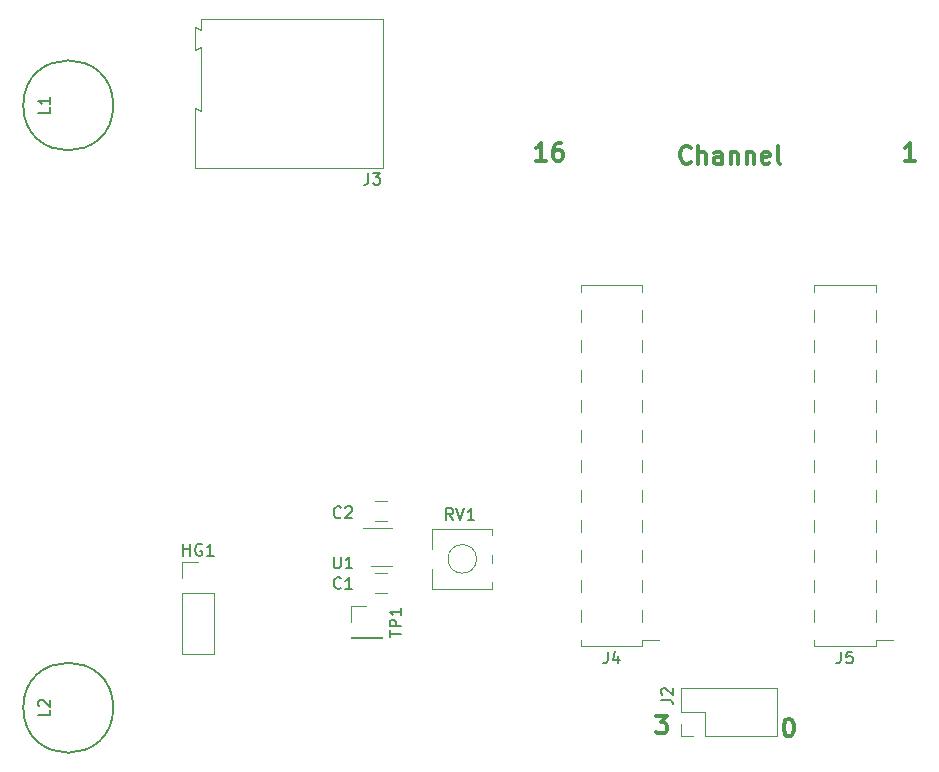
<source format=gto>
G04 #@! TF.FileFunction,Legend,Top*
%FSLAX46Y46*%
G04 Gerber Fmt 4.6, Leading zero omitted, Abs format (unit mm)*
G04 Created by KiCad (PCBNEW 4.0.6) date 01/22/18 19:18:38*
%MOMM*%
%LPD*%
G01*
G04 APERTURE LIST*
%ADD10C,0.100000*%
%ADD11C,0.300000*%
%ADD12C,0.120000*%
%ADD13C,0.150000*%
G04 APERTURE END LIST*
D10*
D11*
X224928572Y-149928571D02*
X225071429Y-149928571D01*
X225214286Y-150000000D01*
X225285715Y-150071429D01*
X225357144Y-150214286D01*
X225428572Y-150500000D01*
X225428572Y-150857143D01*
X225357144Y-151142857D01*
X225285715Y-151285714D01*
X225214286Y-151357143D01*
X225071429Y-151428571D01*
X224928572Y-151428571D01*
X224785715Y-151357143D01*
X224714286Y-151285714D01*
X224642858Y-151142857D01*
X224571429Y-150857143D01*
X224571429Y-150500000D01*
X224642858Y-150214286D01*
X224714286Y-150071429D01*
X224785715Y-150000000D01*
X224928572Y-149928571D01*
X213750001Y-149678571D02*
X214678572Y-149678571D01*
X214178572Y-150250000D01*
X214392858Y-150250000D01*
X214535715Y-150321429D01*
X214607144Y-150392857D01*
X214678572Y-150535714D01*
X214678572Y-150892857D01*
X214607144Y-151035714D01*
X214535715Y-151107143D01*
X214392858Y-151178571D01*
X213964286Y-151178571D01*
X213821429Y-151107143D01*
X213750001Y-151035714D01*
X216714286Y-102785714D02*
X216642857Y-102857143D01*
X216428571Y-102928571D01*
X216285714Y-102928571D01*
X216071429Y-102857143D01*
X215928571Y-102714286D01*
X215857143Y-102571429D01*
X215785714Y-102285714D01*
X215785714Y-102071429D01*
X215857143Y-101785714D01*
X215928571Y-101642857D01*
X216071429Y-101500000D01*
X216285714Y-101428571D01*
X216428571Y-101428571D01*
X216642857Y-101500000D01*
X216714286Y-101571429D01*
X217357143Y-102928571D02*
X217357143Y-101428571D01*
X218000000Y-102928571D02*
X218000000Y-102142857D01*
X217928571Y-102000000D01*
X217785714Y-101928571D01*
X217571429Y-101928571D01*
X217428571Y-102000000D01*
X217357143Y-102071429D01*
X219357143Y-102928571D02*
X219357143Y-102142857D01*
X219285714Y-102000000D01*
X219142857Y-101928571D01*
X218857143Y-101928571D01*
X218714286Y-102000000D01*
X219357143Y-102857143D02*
X219214286Y-102928571D01*
X218857143Y-102928571D01*
X218714286Y-102857143D01*
X218642857Y-102714286D01*
X218642857Y-102571429D01*
X218714286Y-102428571D01*
X218857143Y-102357143D01*
X219214286Y-102357143D01*
X219357143Y-102285714D01*
X220071429Y-101928571D02*
X220071429Y-102928571D01*
X220071429Y-102071429D02*
X220142857Y-102000000D01*
X220285715Y-101928571D01*
X220500000Y-101928571D01*
X220642857Y-102000000D01*
X220714286Y-102142857D01*
X220714286Y-102928571D01*
X221428572Y-101928571D02*
X221428572Y-102928571D01*
X221428572Y-102071429D02*
X221500000Y-102000000D01*
X221642858Y-101928571D01*
X221857143Y-101928571D01*
X222000000Y-102000000D01*
X222071429Y-102142857D01*
X222071429Y-102928571D01*
X223357143Y-102857143D02*
X223214286Y-102928571D01*
X222928572Y-102928571D01*
X222785715Y-102857143D01*
X222714286Y-102714286D01*
X222714286Y-102142857D01*
X222785715Y-102000000D01*
X222928572Y-101928571D01*
X223214286Y-101928571D01*
X223357143Y-102000000D01*
X223428572Y-102142857D01*
X223428572Y-102285714D01*
X222714286Y-102428571D01*
X224285715Y-102928571D02*
X224142857Y-102857143D01*
X224071429Y-102714286D01*
X224071429Y-101428571D01*
X204464286Y-102678571D02*
X203607143Y-102678571D01*
X204035715Y-102678571D02*
X204035715Y-101178571D01*
X203892858Y-101392857D01*
X203750000Y-101535714D01*
X203607143Y-101607143D01*
X205750000Y-101178571D02*
X205464286Y-101178571D01*
X205321429Y-101250000D01*
X205250000Y-101321429D01*
X205107143Y-101535714D01*
X205035714Y-101821429D01*
X205035714Y-102392857D01*
X205107143Y-102535714D01*
X205178571Y-102607143D01*
X205321429Y-102678571D01*
X205607143Y-102678571D01*
X205750000Y-102607143D01*
X205821429Y-102535714D01*
X205892857Y-102392857D01*
X205892857Y-102035714D01*
X205821429Y-101892857D01*
X205750000Y-101821429D01*
X205607143Y-101750000D01*
X205321429Y-101750000D01*
X205178571Y-101821429D01*
X205107143Y-101892857D01*
X205035714Y-102035714D01*
X235678572Y-102678571D02*
X234821429Y-102678571D01*
X235250001Y-102678571D02*
X235250001Y-101178571D01*
X235107144Y-101392857D01*
X234964286Y-101535714D01*
X234821429Y-101607143D01*
D12*
X190000000Y-139280000D02*
X191000000Y-139280000D01*
X191000000Y-137580000D02*
X190000000Y-137580000D01*
X190000000Y-133184000D02*
X191000000Y-133184000D01*
X191000000Y-131484000D02*
X190000000Y-131484000D01*
X223976000Y-151428000D02*
X223976000Y-147308000D01*
X217916000Y-151428000D02*
X223976000Y-151428000D01*
X215856000Y-147308000D02*
X223976000Y-147308000D01*
X217916000Y-151428000D02*
X217916000Y-149368000D01*
X217916000Y-149368000D02*
X215856000Y-149368000D01*
X215856000Y-149368000D02*
X215856000Y-147308000D01*
X216916000Y-151428000D02*
X215856000Y-151428000D01*
X215856000Y-151428000D02*
X215856000Y-150368000D01*
X190650000Y-103300000D02*
X190650000Y-90700000D01*
X190650000Y-90700000D02*
X175250000Y-90700000D01*
X175250000Y-90700000D02*
X175250000Y-91650000D01*
X175250000Y-91650000D02*
X174750000Y-91350000D01*
X174750000Y-91350000D02*
X174750000Y-93350000D01*
X174750000Y-93350000D02*
X175250000Y-93100000D01*
X175250000Y-93100000D02*
X175250000Y-98500000D01*
X175250000Y-98500000D02*
X174750000Y-98250000D01*
X174750000Y-98250000D02*
X174750000Y-103300000D01*
X174750000Y-103300000D02*
X190650000Y-103300000D01*
X212600000Y-143800000D02*
X207400000Y-143800000D01*
X212600000Y-113200000D02*
X207400000Y-113200000D01*
X214040000Y-143230000D02*
X212600000Y-143230000D01*
X212600000Y-143800000D02*
X212600000Y-143230000D01*
X207400000Y-143800000D02*
X207400000Y-143230000D01*
X212600000Y-113770000D02*
X212600000Y-113200000D01*
X207400000Y-113770000D02*
X207400000Y-113200000D01*
X212600000Y-141710000D02*
X212600000Y-140690000D01*
X207400000Y-141710000D02*
X207400000Y-140690000D01*
X212600000Y-139170000D02*
X212600000Y-138150000D01*
X207400000Y-139170000D02*
X207400000Y-138150000D01*
X212600000Y-136630000D02*
X212600000Y-135610000D01*
X207400000Y-136630000D02*
X207400000Y-135610000D01*
X212600000Y-134090000D02*
X212600000Y-133070000D01*
X207400000Y-134090000D02*
X207400000Y-133070000D01*
X212600000Y-131550000D02*
X212600000Y-130530000D01*
X207400000Y-131550000D02*
X207400000Y-130530000D01*
X212600000Y-129010000D02*
X212600000Y-127990000D01*
X207400000Y-129010000D02*
X207400000Y-127990000D01*
X212600000Y-126470000D02*
X212600000Y-125450000D01*
X207400000Y-126470000D02*
X207400000Y-125450000D01*
X212600000Y-123930000D02*
X212600000Y-122910000D01*
X207400000Y-123930000D02*
X207400000Y-122910000D01*
X212600000Y-121390000D02*
X212600000Y-120370000D01*
X207400000Y-121390000D02*
X207400000Y-120370000D01*
X212600000Y-118850000D02*
X212600000Y-117830000D01*
X207400000Y-118850000D02*
X207400000Y-117830000D01*
X212600000Y-116310000D02*
X212600000Y-115290000D01*
X207400000Y-116310000D02*
X207400000Y-115290000D01*
X232350000Y-143800000D02*
X227150000Y-143800000D01*
X232350000Y-113200000D02*
X227150000Y-113200000D01*
X233790000Y-143230000D02*
X232350000Y-143230000D01*
X232350000Y-143800000D02*
X232350000Y-143230000D01*
X227150000Y-143800000D02*
X227150000Y-143230000D01*
X232350000Y-113770000D02*
X232350000Y-113200000D01*
X227150000Y-113770000D02*
X227150000Y-113200000D01*
X232350000Y-141710000D02*
X232350000Y-140690000D01*
X227150000Y-141710000D02*
X227150000Y-140690000D01*
X232350000Y-139170000D02*
X232350000Y-138150000D01*
X227150000Y-139170000D02*
X227150000Y-138150000D01*
X232350000Y-136630000D02*
X232350000Y-135610000D01*
X227150000Y-136630000D02*
X227150000Y-135610000D01*
X232350000Y-134090000D02*
X232350000Y-133070000D01*
X227150000Y-134090000D02*
X227150000Y-133070000D01*
X232350000Y-131550000D02*
X232350000Y-130530000D01*
X227150000Y-131550000D02*
X227150000Y-130530000D01*
X232350000Y-129010000D02*
X232350000Y-127990000D01*
X227150000Y-129010000D02*
X227150000Y-127990000D01*
X232350000Y-126470000D02*
X232350000Y-125450000D01*
X227150000Y-126470000D02*
X227150000Y-125450000D01*
X232350000Y-123930000D02*
X232350000Y-122910000D01*
X227150000Y-123930000D02*
X227150000Y-122910000D01*
X232350000Y-121390000D02*
X232350000Y-120370000D01*
X227150000Y-121390000D02*
X227150000Y-120370000D01*
X232350000Y-118850000D02*
X232350000Y-117830000D01*
X227150000Y-118850000D02*
X227150000Y-117830000D01*
X232350000Y-116310000D02*
X232350000Y-115290000D01*
X227150000Y-116310000D02*
X227150000Y-115290000D01*
D13*
X167810000Y-98000000D02*
G75*
G03X167810000Y-98000000I-3810000J0D01*
G01*
X167810000Y-149000000D02*
G75*
G03X167810000Y-149000000I-3810000J0D01*
G01*
D12*
X194798000Y-133838000D02*
X199918000Y-133838000D01*
X194798000Y-138958000D02*
X199918000Y-138958000D01*
X194798000Y-133838000D02*
X194798000Y-135568000D01*
X194798000Y-137228000D02*
X194798000Y-138958000D01*
X199918000Y-133838000D02*
X199918000Y-134418000D01*
X199918000Y-136078000D02*
X199918000Y-136718000D01*
X199918000Y-138378000D02*
X199918000Y-138958000D01*
X198568000Y-136398000D02*
G75*
G03X198568000Y-136398000I-1210000J0D01*
G01*
X187900000Y-143062000D02*
X190560000Y-143062000D01*
X187900000Y-143002000D02*
X187900000Y-143062000D01*
X190560000Y-143002000D02*
X190560000Y-143062000D01*
X187900000Y-143002000D02*
X190560000Y-143002000D01*
X187900000Y-141732000D02*
X187900000Y-140402000D01*
X187900000Y-140402000D02*
X189230000Y-140402000D01*
X189600000Y-136992000D02*
X191400000Y-136992000D01*
X191400000Y-133772000D02*
X188950000Y-133772000D01*
X173670000Y-144410000D02*
X176330000Y-144410000D01*
X173670000Y-139270000D02*
X173670000Y-144410000D01*
X176330000Y-139270000D02*
X176330000Y-144410000D01*
X173670000Y-139270000D02*
X176330000Y-139270000D01*
X173670000Y-138000000D02*
X173670000Y-136670000D01*
X173670000Y-136670000D02*
X175000000Y-136670000D01*
D13*
X187083334Y-138857143D02*
X187035715Y-138904762D01*
X186892858Y-138952381D01*
X186797620Y-138952381D01*
X186654762Y-138904762D01*
X186559524Y-138809524D01*
X186511905Y-138714286D01*
X186464286Y-138523810D01*
X186464286Y-138380952D01*
X186511905Y-138190476D01*
X186559524Y-138095238D01*
X186654762Y-138000000D01*
X186797620Y-137952381D01*
X186892858Y-137952381D01*
X187035715Y-138000000D01*
X187083334Y-138047619D01*
X188035715Y-138952381D02*
X187464286Y-138952381D01*
X187750000Y-138952381D02*
X187750000Y-137952381D01*
X187654762Y-138095238D01*
X187559524Y-138190476D01*
X187464286Y-138238095D01*
X187083334Y-132857143D02*
X187035715Y-132904762D01*
X186892858Y-132952381D01*
X186797620Y-132952381D01*
X186654762Y-132904762D01*
X186559524Y-132809524D01*
X186511905Y-132714286D01*
X186464286Y-132523810D01*
X186464286Y-132380952D01*
X186511905Y-132190476D01*
X186559524Y-132095238D01*
X186654762Y-132000000D01*
X186797620Y-131952381D01*
X186892858Y-131952381D01*
X187035715Y-132000000D01*
X187083334Y-132047619D01*
X187464286Y-132047619D02*
X187511905Y-132000000D01*
X187607143Y-131952381D01*
X187845239Y-131952381D01*
X187940477Y-132000000D01*
X187988096Y-132047619D01*
X188035715Y-132142857D01*
X188035715Y-132238095D01*
X187988096Y-132380952D01*
X187416667Y-132952381D01*
X188035715Y-132952381D01*
X214202381Y-148333333D02*
X214916667Y-148333333D01*
X215059524Y-148380953D01*
X215154762Y-148476191D01*
X215202381Y-148619048D01*
X215202381Y-148714286D01*
X214297619Y-147904762D02*
X214250000Y-147857143D01*
X214202381Y-147761905D01*
X214202381Y-147523809D01*
X214250000Y-147428571D01*
X214297619Y-147380952D01*
X214392857Y-147333333D01*
X214488095Y-147333333D01*
X214630952Y-147380952D01*
X215202381Y-147952381D01*
X215202381Y-147333333D01*
X189416667Y-103702381D02*
X189416667Y-104416667D01*
X189369047Y-104559524D01*
X189273809Y-104654762D01*
X189130952Y-104702381D01*
X189035714Y-104702381D01*
X189797619Y-103702381D02*
X190416667Y-103702381D01*
X190083333Y-104083333D01*
X190226191Y-104083333D01*
X190321429Y-104130952D01*
X190369048Y-104178571D01*
X190416667Y-104273810D01*
X190416667Y-104511905D01*
X190369048Y-104607143D01*
X190321429Y-104654762D01*
X190226191Y-104702381D01*
X189940476Y-104702381D01*
X189845238Y-104654762D01*
X189797619Y-104607143D01*
X209666667Y-144252381D02*
X209666667Y-144966667D01*
X209619047Y-145109524D01*
X209523809Y-145204762D01*
X209380952Y-145252381D01*
X209285714Y-145252381D01*
X210571429Y-144585714D02*
X210571429Y-145252381D01*
X210333333Y-144204762D02*
X210095238Y-144919048D01*
X210714286Y-144919048D01*
X229416667Y-144252381D02*
X229416667Y-144966667D01*
X229369047Y-145109524D01*
X229273809Y-145204762D01*
X229130952Y-145252381D01*
X229035714Y-145252381D01*
X230369048Y-144252381D02*
X229892857Y-144252381D01*
X229845238Y-144728571D01*
X229892857Y-144680952D01*
X229988095Y-144633333D01*
X230226191Y-144633333D01*
X230321429Y-144680952D01*
X230369048Y-144728571D01*
X230416667Y-144823810D01*
X230416667Y-145061905D01*
X230369048Y-145157143D01*
X230321429Y-145204762D01*
X230226191Y-145252381D01*
X229988095Y-145252381D01*
X229892857Y-145204762D01*
X229845238Y-145157143D01*
X162453401Y-98166666D02*
X162453401Y-98642857D01*
X161453401Y-98642857D01*
X162453401Y-97309523D02*
X162453401Y-97880952D01*
X162453401Y-97595238D02*
X161453401Y-97595238D01*
X161596258Y-97690476D01*
X161691496Y-97785714D01*
X161739115Y-97880952D01*
X162453401Y-149166666D02*
X162453401Y-149642857D01*
X161453401Y-149642857D01*
X161548639Y-148880952D02*
X161501020Y-148833333D01*
X161453401Y-148738095D01*
X161453401Y-148499999D01*
X161501020Y-148404761D01*
X161548639Y-148357142D01*
X161643877Y-148309523D01*
X161739115Y-148309523D01*
X161881972Y-148357142D01*
X162453401Y-148928571D01*
X162453401Y-148309523D01*
X196582762Y-133100381D02*
X196249428Y-132624190D01*
X196011333Y-133100381D02*
X196011333Y-132100381D01*
X196392286Y-132100381D01*
X196487524Y-132148000D01*
X196535143Y-132195619D01*
X196582762Y-132290857D01*
X196582762Y-132433714D01*
X196535143Y-132528952D01*
X196487524Y-132576571D01*
X196392286Y-132624190D01*
X196011333Y-132624190D01*
X196868476Y-132100381D02*
X197201809Y-133100381D01*
X197535143Y-132100381D01*
X198392286Y-133100381D02*
X197820857Y-133100381D01*
X198106571Y-133100381D02*
X198106571Y-132100381D01*
X198011333Y-132243238D01*
X197916095Y-132338476D01*
X197820857Y-132386095D01*
X191202381Y-143011905D02*
X191202381Y-142440476D01*
X192202381Y-142726191D02*
X191202381Y-142726191D01*
X192202381Y-142107143D02*
X191202381Y-142107143D01*
X191202381Y-141726190D01*
X191250000Y-141630952D01*
X191297619Y-141583333D01*
X191392857Y-141535714D01*
X191535714Y-141535714D01*
X191630952Y-141583333D01*
X191678571Y-141630952D01*
X191726190Y-141726190D01*
X191726190Y-142107143D01*
X192202381Y-140583333D02*
X192202381Y-141154762D01*
X192202381Y-140869048D02*
X191202381Y-140869048D01*
X191345238Y-140964286D01*
X191440476Y-141059524D01*
X191488095Y-141154762D01*
X186488095Y-136202381D02*
X186488095Y-137011905D01*
X186535714Y-137107143D01*
X186583333Y-137154762D01*
X186678571Y-137202381D01*
X186869048Y-137202381D01*
X186964286Y-137154762D01*
X187011905Y-137107143D01*
X187059524Y-137011905D01*
X187059524Y-136202381D01*
X188059524Y-137202381D02*
X187488095Y-137202381D01*
X187773809Y-137202381D02*
X187773809Y-136202381D01*
X187678571Y-136345238D01*
X187583333Y-136440476D01*
X187488095Y-136488095D01*
X173738095Y-136122381D02*
X173738095Y-135122381D01*
X173738095Y-135598571D02*
X174309524Y-135598571D01*
X174309524Y-136122381D02*
X174309524Y-135122381D01*
X175309524Y-135170000D02*
X175214286Y-135122381D01*
X175071429Y-135122381D01*
X174928571Y-135170000D01*
X174833333Y-135265238D01*
X174785714Y-135360476D01*
X174738095Y-135550952D01*
X174738095Y-135693810D01*
X174785714Y-135884286D01*
X174833333Y-135979524D01*
X174928571Y-136074762D01*
X175071429Y-136122381D01*
X175166667Y-136122381D01*
X175309524Y-136074762D01*
X175357143Y-136027143D01*
X175357143Y-135693810D01*
X175166667Y-135693810D01*
X176309524Y-136122381D02*
X175738095Y-136122381D01*
X176023809Y-136122381D02*
X176023809Y-135122381D01*
X175928571Y-135265238D01*
X175833333Y-135360476D01*
X175738095Y-135408095D01*
M02*

</source>
